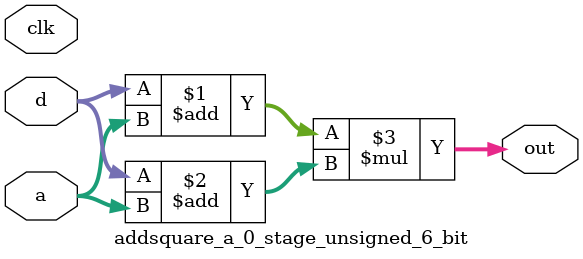
<source format=sv>
(* use_dsp = "yes" *) module addsquare_a_0_stage_unsigned_6_bit(
	input  [5:0] a,
	input  [5:0] d,
	output [5:0] out,
	input clk);

	assign out = (d + a) * (d + a);
endmodule

</source>
